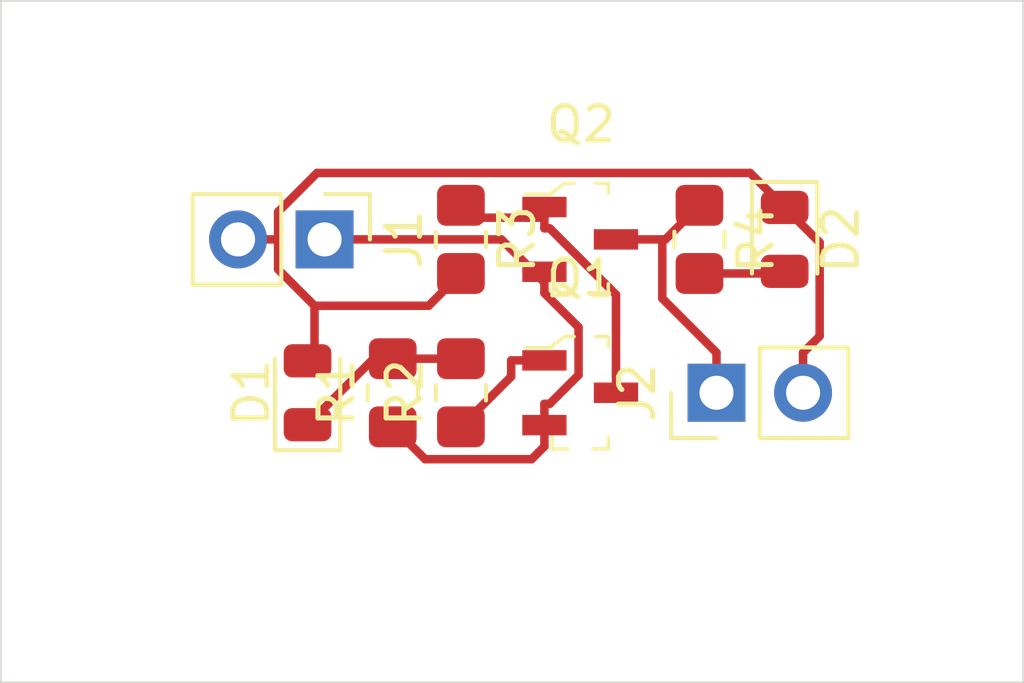
<source format=kicad_pcb>
(kicad_pcb (version 20171130) (host pcbnew 5.1.10-88a1d61d58~90~ubuntu20.04.1)

  (general
    (thickness 1.6)
    (drawings 4)
    (tracks 50)
    (zones 0)
    (modules 10)
    (nets 8)
  )

  (page A4)
  (layers
    (0 F.Cu signal)
    (31 B.Cu signal)
    (32 B.Adhes user)
    (33 F.Adhes user)
    (34 B.Paste user)
    (35 F.Paste user)
    (36 B.SilkS user)
    (37 F.SilkS user)
    (38 B.Mask user)
    (39 F.Mask user)
    (40 Dwgs.User user)
    (41 Cmts.User user)
    (42 Eco1.User user)
    (43 Eco2.User user)
    (44 Edge.Cuts user)
    (45 Margin user)
    (46 B.CrtYd user)
    (47 F.CrtYd user)
    (48 B.Fab user)
    (49 F.Fab user)
  )

  (setup
    (last_trace_width 0.25)
    (trace_clearance 0.2)
    (zone_clearance 0.508)
    (zone_45_only no)
    (trace_min 0.2)
    (via_size 0.8)
    (via_drill 0.4)
    (via_min_size 0.4)
    (via_min_drill 0.3)
    (uvia_size 0.3)
    (uvia_drill 0.1)
    (uvias_allowed no)
    (uvia_min_size 0.2)
    (uvia_min_drill 0.1)
    (edge_width 0.05)
    (segment_width 0.2)
    (pcb_text_width 0.3)
    (pcb_text_size 1.5 1.5)
    (mod_edge_width 0.12)
    (mod_text_size 1 1)
    (mod_text_width 0.15)
    (pad_size 1.524 1.524)
    (pad_drill 0.762)
    (pad_to_mask_clearance 0)
    (aux_axis_origin 0 0)
    (visible_elements FFFFFF7F)
    (pcbplotparams
      (layerselection 0x010fc_ffffffff)
      (usegerberextensions false)
      (usegerberattributes true)
      (usegerberadvancedattributes true)
      (creategerberjobfile true)
      (excludeedgelayer true)
      (linewidth 0.100000)
      (plotframeref false)
      (viasonmask false)
      (mode 1)
      (useauxorigin false)
      (hpglpennumber 1)
      (hpglpenspeed 20)
      (hpglpendiameter 15.000000)
      (psnegative false)
      (psa4output false)
      (plotreference true)
      (plotvalue true)
      (plotinvisibletext false)
      (padsonsilk false)
      (subtractmaskfromsilk false)
      (outputformat 1)
      (mirror false)
      (drillshape 1)
      (scaleselection 1)
      (outputdirectory ""))
  )

  (net 0 "")
  (net 1 GND)
  (net 2 "Net-(D1-Pad1)")
  (net 3 "Net-(Q1-Pad3)")
  (net 4 "Net-(J1-Pad1)")
  (net 5 "Net-(Q1-Pad1)")
  (net 6 "Net-(J2-Pad1)")
  (net 7 "Net-(D2-Pad2)")

  (net_class Default "This is the default net class."
    (clearance 0.2)
    (trace_width 0.25)
    (via_dia 0.8)
    (via_drill 0.4)
    (uvia_dia 0.3)
    (uvia_drill 0.1)
    (add_net GND)
    (add_net "Net-(D1-Pad1)")
    (add_net "Net-(D2-Pad2)")
    (add_net "Net-(J1-Pad1)")
    (add_net "Net-(J2-Pad1)")
    (add_net "Net-(Q1-Pad1)")
    (add_net "Net-(Q1-Pad3)")
  )

  (module Diode_SMD:D_0805_2012Metric (layer F.Cu) (tedit 5F68FEF0) (tstamp 615901A8)
    (at 45.5 22 270)
    (descr "Diode SMD 0805 (2012 Metric), square (rectangular) end terminal, IPC_7351 nominal, (Body size source: https://docs.google.com/spreadsheets/d/1BsfQQcO9C6DZCsRaXUlFlo91Tg2WpOkGARC1WS5S8t0/edit?usp=sharing), generated with kicad-footprint-generator")
    (tags diode)
    (path /615A23E5)
    (attr smd)
    (fp_text reference D2 (at 0 -1.65 90) (layer F.SilkS)
      (effects (font (size 1 1) (thickness 0.15)))
    )
    (fp_text value LED_GREEN (at 0 1.65 90) (layer F.Fab)
      (effects (font (size 1 1) (thickness 0.15)))
    )
    (fp_text user %R (at 0 0 90) (layer F.Fab)
      (effects (font (size 0.5 0.5) (thickness 0.08)))
    )
    (fp_line (start 1 -0.6) (end -0.7 -0.6) (layer F.Fab) (width 0.1))
    (fp_line (start -0.7 -0.6) (end -1 -0.3) (layer F.Fab) (width 0.1))
    (fp_line (start -1 -0.3) (end -1 0.6) (layer F.Fab) (width 0.1))
    (fp_line (start -1 0.6) (end 1 0.6) (layer F.Fab) (width 0.1))
    (fp_line (start 1 0.6) (end 1 -0.6) (layer F.Fab) (width 0.1))
    (fp_line (start 1 -0.96) (end -1.685 -0.96) (layer F.SilkS) (width 0.12))
    (fp_line (start -1.685 -0.96) (end -1.685 0.96) (layer F.SilkS) (width 0.12))
    (fp_line (start -1.685 0.96) (end 1 0.96) (layer F.SilkS) (width 0.12))
    (fp_line (start -1.68 0.95) (end -1.68 -0.95) (layer F.CrtYd) (width 0.05))
    (fp_line (start -1.68 -0.95) (end 1.68 -0.95) (layer F.CrtYd) (width 0.05))
    (fp_line (start 1.68 -0.95) (end 1.68 0.95) (layer F.CrtYd) (width 0.05))
    (fp_line (start 1.68 0.95) (end -1.68 0.95) (layer F.CrtYd) (width 0.05))
    (pad 2 smd roundrect (at 0.9375 0 270) (size 0.975 1.4) (layers F.Cu F.Paste F.Mask) (roundrect_rratio 0.25)
      (net 7 "Net-(D2-Pad2)"))
    (pad 1 smd roundrect (at -0.9375 0 270) (size 0.975 1.4) (layers F.Cu F.Paste F.Mask) (roundrect_rratio 0.25)
      (net 1 GND))
    (model ${KISYS3DMOD}/Diode_SMD.3dshapes/D_0805_2012Metric.wrl
      (at (xyz 0 0 0))
      (scale (xyz 1 1 1))
      (rotate (xyz 0 0 0))
    )
  )

  (module Connector_PinHeader_2.54mm:PinHeader_1x02_P2.54mm_Vertical (layer F.Cu) (tedit 59FED5CC) (tstamp 6158FB9C)
    (at 43.5 26.5 90)
    (descr "Through hole straight pin header, 1x02, 2.54mm pitch, single row")
    (tags "Through hole pin header THT 1x02 2.54mm single row")
    (path /6159FCC2)
    (fp_text reference J2 (at 0 -2.33 90) (layer F.SilkS)
      (effects (font (size 1 1) (thickness 0.15)))
    )
    (fp_text value Conn_01x02 (at 0 4.87 90) (layer F.Fab)
      (effects (font (size 1 1) (thickness 0.15)))
    )
    (fp_text user %R (at 0 1.27) (layer F.Fab)
      (effects (font (size 1 1) (thickness 0.15)))
    )
    (fp_line (start -0.635 -1.27) (end 1.27 -1.27) (layer F.Fab) (width 0.1))
    (fp_line (start 1.27 -1.27) (end 1.27 3.81) (layer F.Fab) (width 0.1))
    (fp_line (start 1.27 3.81) (end -1.27 3.81) (layer F.Fab) (width 0.1))
    (fp_line (start -1.27 3.81) (end -1.27 -0.635) (layer F.Fab) (width 0.1))
    (fp_line (start -1.27 -0.635) (end -0.635 -1.27) (layer F.Fab) (width 0.1))
    (fp_line (start -1.33 3.87) (end 1.33 3.87) (layer F.SilkS) (width 0.12))
    (fp_line (start -1.33 1.27) (end -1.33 3.87) (layer F.SilkS) (width 0.12))
    (fp_line (start 1.33 1.27) (end 1.33 3.87) (layer F.SilkS) (width 0.12))
    (fp_line (start -1.33 1.27) (end 1.33 1.27) (layer F.SilkS) (width 0.12))
    (fp_line (start -1.33 0) (end -1.33 -1.33) (layer F.SilkS) (width 0.12))
    (fp_line (start -1.33 -1.33) (end 0 -1.33) (layer F.SilkS) (width 0.12))
    (fp_line (start -1.8 -1.8) (end -1.8 4.35) (layer F.CrtYd) (width 0.05))
    (fp_line (start -1.8 4.35) (end 1.8 4.35) (layer F.CrtYd) (width 0.05))
    (fp_line (start 1.8 4.35) (end 1.8 -1.8) (layer F.CrtYd) (width 0.05))
    (fp_line (start 1.8 -1.8) (end -1.8 -1.8) (layer F.CrtYd) (width 0.05))
    (pad 2 thru_hole oval (at 0 2.54 90) (size 1.7 1.7) (drill 1) (layers *.Cu *.Mask)
      (net 1 GND))
    (pad 1 thru_hole rect (at 0 0 90) (size 1.7 1.7) (drill 1) (layers *.Cu *.Mask)
      (net 6 "Net-(J2-Pad1)"))
    (model ${KISYS3DMOD}/Connector_PinHeader_2.54mm.3dshapes/PinHeader_1x02_P2.54mm_Vertical.wrl
      (at (xyz 0 0 0))
      (scale (xyz 1 1 1))
      (rotate (xyz 0 0 0))
    )
  )

  (module Connector_PinHeader_2.54mm:PinHeader_1x02_P2.54mm_Vertical (layer F.Cu) (tedit 59FED5CC) (tstamp 6158FB86)
    (at 32 22 270)
    (descr "Through hole straight pin header, 1x02, 2.54mm pitch, single row")
    (tags "Through hole pin header THT 1x02 2.54mm single row")
    (path /6159AE76)
    (fp_text reference J1 (at 0 -2.33 90) (layer F.SilkS)
      (effects (font (size 1 1) (thickness 0.15)))
    )
    (fp_text value Conn_01x02 (at 0 4.87 90) (layer F.Fab)
      (effects (font (size 1 1) (thickness 0.15)))
    )
    (fp_text user %R (at 0 1.27) (layer F.Fab)
      (effects (font (size 1 1) (thickness 0.15)))
    )
    (fp_line (start -0.635 -1.27) (end 1.27 -1.27) (layer F.Fab) (width 0.1))
    (fp_line (start 1.27 -1.27) (end 1.27 3.81) (layer F.Fab) (width 0.1))
    (fp_line (start 1.27 3.81) (end -1.27 3.81) (layer F.Fab) (width 0.1))
    (fp_line (start -1.27 3.81) (end -1.27 -0.635) (layer F.Fab) (width 0.1))
    (fp_line (start -1.27 -0.635) (end -0.635 -1.27) (layer F.Fab) (width 0.1))
    (fp_line (start -1.33 3.87) (end 1.33 3.87) (layer F.SilkS) (width 0.12))
    (fp_line (start -1.33 1.27) (end -1.33 3.87) (layer F.SilkS) (width 0.12))
    (fp_line (start 1.33 1.27) (end 1.33 3.87) (layer F.SilkS) (width 0.12))
    (fp_line (start -1.33 1.27) (end 1.33 1.27) (layer F.SilkS) (width 0.12))
    (fp_line (start -1.33 0) (end -1.33 -1.33) (layer F.SilkS) (width 0.12))
    (fp_line (start -1.33 -1.33) (end 0 -1.33) (layer F.SilkS) (width 0.12))
    (fp_line (start -1.8 -1.8) (end -1.8 4.35) (layer F.CrtYd) (width 0.05))
    (fp_line (start -1.8 4.35) (end 1.8 4.35) (layer F.CrtYd) (width 0.05))
    (fp_line (start 1.8 4.35) (end 1.8 -1.8) (layer F.CrtYd) (width 0.05))
    (fp_line (start 1.8 -1.8) (end -1.8 -1.8) (layer F.CrtYd) (width 0.05))
    (pad 2 thru_hole oval (at 0 2.54 270) (size 1.7 1.7) (drill 1) (layers *.Cu *.Mask)
      (net 1 GND))
    (pad 1 thru_hole rect (at 0 0 270) (size 1.7 1.7) (drill 1) (layers *.Cu *.Mask)
      (net 4 "Net-(J1-Pad1)"))
    (model ${KISYS3DMOD}/Connector_PinHeader_2.54mm.3dshapes/PinHeader_1x02_P2.54mm_Vertical.wrl
      (at (xyz 0 0 0))
      (scale (xyz 1 1 1))
      (rotate (xyz 0 0 0))
    )
  )

  (module Resistor_SMD:R_0805_2012Metric_Pad1.20x1.40mm_HandSolder (layer F.Cu) (tedit 5F68FEEE) (tstamp 6158F8C9)
    (at 43 22 270)
    (descr "Resistor SMD 0805 (2012 Metric), square (rectangular) end terminal, IPC_7351 nominal with elongated pad for handsoldering. (Body size source: IPC-SM-782 page 72, https://www.pcb-3d.com/wordpress/wp-content/uploads/ipc-sm-782a_amendment_1_and_2.pdf), generated with kicad-footprint-generator")
    (tags "resistor handsolder")
    (path /615A2B5B)
    (attr smd)
    (fp_text reference R4 (at 0 -1.65 90) (layer F.SilkS)
      (effects (font (size 1 1) (thickness 0.15)))
    )
    (fp_text value R102,0805 (at 0 1.65 90) (layer F.Fab)
      (effects (font (size 1 1) (thickness 0.15)))
    )
    (fp_text user %R (at 0 0 90) (layer F.Fab)
      (effects (font (size 0.5 0.5) (thickness 0.08)))
    )
    (fp_line (start -1 0.625) (end -1 -0.625) (layer F.Fab) (width 0.1))
    (fp_line (start -1 -0.625) (end 1 -0.625) (layer F.Fab) (width 0.1))
    (fp_line (start 1 -0.625) (end 1 0.625) (layer F.Fab) (width 0.1))
    (fp_line (start 1 0.625) (end -1 0.625) (layer F.Fab) (width 0.1))
    (fp_line (start -0.227064 -0.735) (end 0.227064 -0.735) (layer F.SilkS) (width 0.12))
    (fp_line (start -0.227064 0.735) (end 0.227064 0.735) (layer F.SilkS) (width 0.12))
    (fp_line (start -1.85 0.95) (end -1.85 -0.95) (layer F.CrtYd) (width 0.05))
    (fp_line (start -1.85 -0.95) (end 1.85 -0.95) (layer F.CrtYd) (width 0.05))
    (fp_line (start 1.85 -0.95) (end 1.85 0.95) (layer F.CrtYd) (width 0.05))
    (fp_line (start 1.85 0.95) (end -1.85 0.95) (layer F.CrtYd) (width 0.05))
    (pad 2 smd roundrect (at 1 0 270) (size 1.2 1.4) (layers F.Cu F.Paste F.Mask) (roundrect_rratio 0.208333)
      (net 7 "Net-(D2-Pad2)"))
    (pad 1 smd roundrect (at -1 0 270) (size 1.2 1.4) (layers F.Cu F.Paste F.Mask) (roundrect_rratio 0.208333)
      (net 6 "Net-(J2-Pad1)"))
    (model ${KISYS3DMOD}/Resistor_SMD.3dshapes/R_0805_2012Metric.wrl
      (at (xyz 0 0 0))
      (scale (xyz 1 1 1))
      (rotate (xyz 0 0 0))
    )
  )

  (module Resistor_SMD:R_0805_2012Metric_Pad1.20x1.40mm_HandSolder (layer F.Cu) (tedit 5F68FEEE) (tstamp 6158F8B8)
    (at 36 22 270)
    (descr "Resistor SMD 0805 (2012 Metric), square (rectangular) end terminal, IPC_7351 nominal with elongated pad for handsoldering. (Body size source: IPC-SM-782 page 72, https://www.pcb-3d.com/wordpress/wp-content/uploads/ipc-sm-782a_amendment_1_and_2.pdf), generated with kicad-footprint-generator")
    (tags "resistor handsolder")
    (path /6159A73C)
    (attr smd)
    (fp_text reference R3 (at 0 -1.65 90) (layer F.SilkS)
      (effects (font (size 1 1) (thickness 0.15)))
    )
    (fp_text value R682,0805 (at 0 1.65 90) (layer F.Fab)
      (effects (font (size 1 1) (thickness 0.15)))
    )
    (fp_text user %R (at 0 0 90) (layer F.Fab)
      (effects (font (size 0.5 0.5) (thickness 0.08)))
    )
    (fp_line (start -1 0.625) (end -1 -0.625) (layer F.Fab) (width 0.1))
    (fp_line (start -1 -0.625) (end 1 -0.625) (layer F.Fab) (width 0.1))
    (fp_line (start 1 -0.625) (end 1 0.625) (layer F.Fab) (width 0.1))
    (fp_line (start 1 0.625) (end -1 0.625) (layer F.Fab) (width 0.1))
    (fp_line (start -0.227064 -0.735) (end 0.227064 -0.735) (layer F.SilkS) (width 0.12))
    (fp_line (start -0.227064 0.735) (end 0.227064 0.735) (layer F.SilkS) (width 0.12))
    (fp_line (start -1.85 0.95) (end -1.85 -0.95) (layer F.CrtYd) (width 0.05))
    (fp_line (start -1.85 -0.95) (end 1.85 -0.95) (layer F.CrtYd) (width 0.05))
    (fp_line (start 1.85 -0.95) (end 1.85 0.95) (layer F.CrtYd) (width 0.05))
    (fp_line (start 1.85 0.95) (end -1.85 0.95) (layer F.CrtYd) (width 0.05))
    (pad 2 smd roundrect (at 1 0 270) (size 1.2 1.4) (layers F.Cu F.Paste F.Mask) (roundrect_rratio 0.208333)
      (net 1 GND))
    (pad 1 smd roundrect (at -1 0 270) (size 1.2 1.4) (layers F.Cu F.Paste F.Mask) (roundrect_rratio 0.208333)
      (net 3 "Net-(Q1-Pad3)"))
    (model ${KISYS3DMOD}/Resistor_SMD.3dshapes/R_0805_2012Metric.wrl
      (at (xyz 0 0 0))
      (scale (xyz 1 1 1))
      (rotate (xyz 0 0 0))
    )
  )

  (module Resistor_SMD:R_0805_2012Metric_Pad1.20x1.40mm_HandSolder (layer F.Cu) (tedit 5F68FEEE) (tstamp 6158F8A7)
    (at 36 26.5 90)
    (descr "Resistor SMD 0805 (2012 Metric), square (rectangular) end terminal, IPC_7351 nominal with elongated pad for handsoldering. (Body size source: IPC-SM-782 page 72, https://www.pcb-3d.com/wordpress/wp-content/uploads/ipc-sm-782a_amendment_1_and_2.pdf), generated with kicad-footprint-generator")
    (tags "resistor handsolder")
    (path /61599FEE)
    (attr smd)
    (fp_text reference R2 (at 0 -1.65 90) (layer F.SilkS)
      (effects (font (size 1 1) (thickness 0.15)))
    )
    (fp_text value R102,0805 (at 0 1.65 90) (layer F.Fab)
      (effects (font (size 1 1) (thickness 0.15)))
    )
    (fp_text user %R (at 0 0 90) (layer F.Fab)
      (effects (font (size 0.5 0.5) (thickness 0.08)))
    )
    (fp_line (start -1 0.625) (end -1 -0.625) (layer F.Fab) (width 0.1))
    (fp_line (start -1 -0.625) (end 1 -0.625) (layer F.Fab) (width 0.1))
    (fp_line (start 1 -0.625) (end 1 0.625) (layer F.Fab) (width 0.1))
    (fp_line (start 1 0.625) (end -1 0.625) (layer F.Fab) (width 0.1))
    (fp_line (start -0.227064 -0.735) (end 0.227064 -0.735) (layer F.SilkS) (width 0.12))
    (fp_line (start -0.227064 0.735) (end 0.227064 0.735) (layer F.SilkS) (width 0.12))
    (fp_line (start -1.85 0.95) (end -1.85 -0.95) (layer F.CrtYd) (width 0.05))
    (fp_line (start -1.85 -0.95) (end 1.85 -0.95) (layer F.CrtYd) (width 0.05))
    (fp_line (start 1.85 -0.95) (end 1.85 0.95) (layer F.CrtYd) (width 0.05))
    (fp_line (start 1.85 0.95) (end -1.85 0.95) (layer F.CrtYd) (width 0.05))
    (pad 2 smd roundrect (at 1 0 90) (size 1.2 1.4) (layers F.Cu F.Paste F.Mask) (roundrect_rratio 0.208333)
      (net 2 "Net-(D1-Pad1)"))
    (pad 1 smd roundrect (at -1 0 90) (size 1.2 1.4) (layers F.Cu F.Paste F.Mask) (roundrect_rratio 0.208333)
      (net 5 "Net-(Q1-Pad1)"))
    (model ${KISYS3DMOD}/Resistor_SMD.3dshapes/R_0805_2012Metric.wrl
      (at (xyz 0 0 0))
      (scale (xyz 1 1 1))
      (rotate (xyz 0 0 0))
    )
  )

  (module Resistor_SMD:R_0805_2012Metric_Pad1.20x1.40mm_HandSolder (layer F.Cu) (tedit 5F68FEEE) (tstamp 6158F896)
    (at 34 26.5 90)
    (descr "Resistor SMD 0805 (2012 Metric), square (rectangular) end terminal, IPC_7351 nominal with elongated pad for handsoldering. (Body size source: IPC-SM-782 page 72, https://www.pcb-3d.com/wordpress/wp-content/uploads/ipc-sm-782a_amendment_1_and_2.pdf), generated with kicad-footprint-generator")
    (tags "resistor handsolder")
    (path /61593B27)
    (attr smd)
    (fp_text reference R1 (at 0 -1.65 90) (layer F.SilkS)
      (effects (font (size 1 1) (thickness 0.15)))
    )
    (fp_text value R222,0805 (at 0 1.65 90) (layer F.Fab)
      (effects (font (size 1 1) (thickness 0.15)))
    )
    (fp_text user %R (at 0 0 90) (layer F.Fab)
      (effects (font (size 0.5 0.5) (thickness 0.08)))
    )
    (fp_line (start -1 0.625) (end -1 -0.625) (layer F.Fab) (width 0.1))
    (fp_line (start -1 -0.625) (end 1 -0.625) (layer F.Fab) (width 0.1))
    (fp_line (start 1 -0.625) (end 1 0.625) (layer F.Fab) (width 0.1))
    (fp_line (start 1 0.625) (end -1 0.625) (layer F.Fab) (width 0.1))
    (fp_line (start -0.227064 -0.735) (end 0.227064 -0.735) (layer F.SilkS) (width 0.12))
    (fp_line (start -0.227064 0.735) (end 0.227064 0.735) (layer F.SilkS) (width 0.12))
    (fp_line (start -1.85 0.95) (end -1.85 -0.95) (layer F.CrtYd) (width 0.05))
    (fp_line (start -1.85 -0.95) (end 1.85 -0.95) (layer F.CrtYd) (width 0.05))
    (fp_line (start 1.85 -0.95) (end 1.85 0.95) (layer F.CrtYd) (width 0.05))
    (fp_line (start 1.85 0.95) (end -1.85 0.95) (layer F.CrtYd) (width 0.05))
    (pad 2 smd roundrect (at 1 0 90) (size 1.2 1.4) (layers F.Cu F.Paste F.Mask) (roundrect_rratio 0.208333)
      (net 2 "Net-(D1-Pad1)"))
    (pad 1 smd roundrect (at -1 0 90) (size 1.2 1.4) (layers F.Cu F.Paste F.Mask) (roundrect_rratio 0.208333)
      (net 4 "Net-(J1-Pad1)"))
    (model ${KISYS3DMOD}/Resistor_SMD.3dshapes/R_0805_2012Metric.wrl
      (at (xyz 0 0 0))
      (scale (xyz 1 1 1))
      (rotate (xyz 0 0 0))
    )
  )

  (module footprint:FMMT718 (layer F.Cu) (tedit 615881FE) (tstamp 6158F885)
    (at 39.5 22)
    (path /615923FD)
    (fp_text reference Q2 (at 0.025 -3.375) (layer F.SilkS)
      (effects (font (size 1 1) (thickness 0.15)))
    )
    (fp_text value FMMT718 (at 0.025 3.25) (layer F.Fab)
      (effects (font (size 1 1) (thickness 0.15)))
    )
    (fp_text user %R (at -0.125 0.15) (layer F.Fab)
      (effects (font (size 0.25 0.25) (thickness 0.05)))
    )
    (fp_line (start 0.7 1.52) (end 0.7 -1.52) (layer F.Fab) (width 0.1))
    (fp_line (start -0.7 1.52) (end 0.7 1.52) (layer F.Fab) (width 0.1))
    (fp_line (start 0.825 -1.65) (end 0.825 -1.35) (layer F.SilkS) (width 0.1))
    (fp_line (start 0.45 -1.65) (end 0.825 -1.65) (layer F.SilkS) (width 0.1))
    (fp_line (start 0.825 1.65) (end 0.375 1.65) (layer F.SilkS) (width 0.1))
    (fp_line (start 0.825 1.35) (end 0.825 1.65) (layer F.SilkS) (width 0.1))
    (fp_line (start 0.825 1.425) (end 0.825 1.3) (layer F.SilkS) (width 0.1))
    (fp_line (start -0.825 1.65) (end -0.825 1.3) (layer F.SilkS) (width 0.1))
    (fp_line (start -0.35 1.65) (end -0.825 1.65) (layer F.SilkS) (width 0.1))
    (fp_line (start -0.425 -1.525) (end -0.7 -1.325) (layer F.Fab) (width 0.1))
    (fp_line (start -0.425 -1.525) (end 0.7 -1.525) (layer F.Fab) (width 0.1))
    (fp_line (start -0.7 -1.325) (end -0.7 1.525) (layer F.Fab) (width 0.1))
    (fp_line (start -0.825 -1.325) (end -1.6 -1.325) (layer F.SilkS) (width 0.1))
    (fp_line (start -0.825 -1.375) (end -0.825 -1.325) (layer F.SilkS) (width 0.1))
    (fp_line (start -0.45 -1.65) (end -0.825 -1.375) (layer F.SilkS) (width 0.1))
    (fp_line (start -0.175 -1.65) (end -0.45 -1.65) (layer F.SilkS) (width 0.1))
    (fp_line (start 1.825 -1.95) (end 1.825 1.95) (layer F.CrtYd) (width 0.05))
    (fp_line (start 1.825 1.95) (end -1.825 1.95) (layer F.CrtYd) (width 0.05))
    (fp_line (start -1.825 -1.95) (end -1.825 1.95) (layer F.CrtYd) (width 0.05))
    (fp_line (start -1.825 -1.95) (end 1.825 -1.95) (layer F.CrtYd) (width 0.05))
    (pad 3 smd rect (at 1.05 0) (size 1.3 0.6) (layers F.Cu F.Paste F.Mask)
      (net 6 "Net-(J2-Pad1)") (solder_mask_margin 0.07))
    (pad 2 smd rect (at -1.05 0.95) (size 1.3 0.6) (layers F.Cu F.Paste F.Mask)
      (net 4 "Net-(J1-Pad1)") (solder_mask_margin 0.07))
    (pad 1 smd rect (at -1.05 -0.95) (size 1.3 0.6) (layers F.Cu F.Paste F.Mask)
      (net 3 "Net-(Q1-Pad3)") (solder_mask_margin 0.07))
  )

  (module footprint:FMMT718 (layer F.Cu) (tedit 615881FE) (tstamp 6158F869)
    (at 39.5 26.5)
    (path /61591BBA)
    (fp_text reference Q1 (at 0.025 -3.375) (layer F.SilkS)
      (effects (font (size 1 1) (thickness 0.15)))
    )
    (fp_text value FMMT718 (at 0.025 3.25) (layer F.Fab)
      (effects (font (size 1 1) (thickness 0.15)))
    )
    (fp_text user %R (at -0.125 0.15) (layer F.Fab)
      (effects (font (size 0.25 0.25) (thickness 0.05)))
    )
    (fp_line (start 0.7 1.52) (end 0.7 -1.52) (layer F.Fab) (width 0.1))
    (fp_line (start -0.7 1.52) (end 0.7 1.52) (layer F.Fab) (width 0.1))
    (fp_line (start 0.825 -1.65) (end 0.825 -1.35) (layer F.SilkS) (width 0.1))
    (fp_line (start 0.45 -1.65) (end 0.825 -1.65) (layer F.SilkS) (width 0.1))
    (fp_line (start 0.825 1.65) (end 0.375 1.65) (layer F.SilkS) (width 0.1))
    (fp_line (start 0.825 1.35) (end 0.825 1.65) (layer F.SilkS) (width 0.1))
    (fp_line (start 0.825 1.425) (end 0.825 1.3) (layer F.SilkS) (width 0.1))
    (fp_line (start -0.825 1.65) (end -0.825 1.3) (layer F.SilkS) (width 0.1))
    (fp_line (start -0.35 1.65) (end -0.825 1.65) (layer F.SilkS) (width 0.1))
    (fp_line (start -0.425 -1.525) (end -0.7 -1.325) (layer F.Fab) (width 0.1))
    (fp_line (start -0.425 -1.525) (end 0.7 -1.525) (layer F.Fab) (width 0.1))
    (fp_line (start -0.7 -1.325) (end -0.7 1.525) (layer F.Fab) (width 0.1))
    (fp_line (start -0.825 -1.325) (end -1.6 -1.325) (layer F.SilkS) (width 0.1))
    (fp_line (start -0.825 -1.375) (end -0.825 -1.325) (layer F.SilkS) (width 0.1))
    (fp_line (start -0.45 -1.65) (end -0.825 -1.375) (layer F.SilkS) (width 0.1))
    (fp_line (start -0.175 -1.65) (end -0.45 -1.65) (layer F.SilkS) (width 0.1))
    (fp_line (start 1.825 -1.95) (end 1.825 1.95) (layer F.CrtYd) (width 0.05))
    (fp_line (start 1.825 1.95) (end -1.825 1.95) (layer F.CrtYd) (width 0.05))
    (fp_line (start -1.825 -1.95) (end -1.825 1.95) (layer F.CrtYd) (width 0.05))
    (fp_line (start -1.825 -1.95) (end 1.825 -1.95) (layer F.CrtYd) (width 0.05))
    (pad 3 smd rect (at 1.05 0) (size 1.3 0.6) (layers F.Cu F.Paste F.Mask)
      (net 3 "Net-(Q1-Pad3)") (solder_mask_margin 0.07))
    (pad 2 smd rect (at -1.05 0.95) (size 1.3 0.6) (layers F.Cu F.Paste F.Mask)
      (net 4 "Net-(J1-Pad1)") (solder_mask_margin 0.07))
    (pad 1 smd rect (at -1.05 -0.95) (size 1.3 0.6) (layers F.Cu F.Paste F.Mask)
      (net 5 "Net-(Q1-Pad1)") (solder_mask_margin 0.07))
  )

  (module Diode_SMD:D_0805_2012Metric (layer F.Cu) (tedit 5F68FEF0) (tstamp 6158F84D)
    (at 31.5 26.5 90)
    (descr "Diode SMD 0805 (2012 Metric), square (rectangular) end terminal, IPC_7351 nominal, (Body size source: https://docs.google.com/spreadsheets/d/1BsfQQcO9C6DZCsRaXUlFlo91Tg2WpOkGARC1WS5S8t0/edit?usp=sharing), generated with kicad-footprint-generator")
    (tags diode)
    (path /61598D3A)
    (attr smd)
    (fp_text reference D1 (at 0 -1.65 90) (layer F.SilkS)
      (effects (font (size 1 1) (thickness 0.15)))
    )
    (fp_text value 1N4740A (at 0 1.65 90) (layer F.Fab)
      (effects (font (size 1 1) (thickness 0.15)))
    )
    (fp_text user %R (at 0 0 90) (layer F.Fab)
      (effects (font (size 0.5 0.5) (thickness 0.08)))
    )
    (fp_line (start 1 -0.6) (end -0.7 -0.6) (layer F.Fab) (width 0.1))
    (fp_line (start -0.7 -0.6) (end -1 -0.3) (layer F.Fab) (width 0.1))
    (fp_line (start -1 -0.3) (end -1 0.6) (layer F.Fab) (width 0.1))
    (fp_line (start -1 0.6) (end 1 0.6) (layer F.Fab) (width 0.1))
    (fp_line (start 1 0.6) (end 1 -0.6) (layer F.Fab) (width 0.1))
    (fp_line (start 1 -0.96) (end -1.685 -0.96) (layer F.SilkS) (width 0.12))
    (fp_line (start -1.685 -0.96) (end -1.685 0.96) (layer F.SilkS) (width 0.12))
    (fp_line (start -1.685 0.96) (end 1 0.96) (layer F.SilkS) (width 0.12))
    (fp_line (start -1.68 0.95) (end -1.68 -0.95) (layer F.CrtYd) (width 0.05))
    (fp_line (start -1.68 -0.95) (end 1.68 -0.95) (layer F.CrtYd) (width 0.05))
    (fp_line (start 1.68 -0.95) (end 1.68 0.95) (layer F.CrtYd) (width 0.05))
    (fp_line (start 1.68 0.95) (end -1.68 0.95) (layer F.CrtYd) (width 0.05))
    (pad 2 smd roundrect (at 0.9375 0 90) (size 0.975 1.4) (layers F.Cu F.Paste F.Mask) (roundrect_rratio 0.25)
      (net 1 GND))
    (pad 1 smd roundrect (at -0.9375 0 90) (size 0.975 1.4) (layers F.Cu F.Paste F.Mask) (roundrect_rratio 0.25)
      (net 2 "Net-(D1-Pad1)"))
    (model ${KISYS3DMOD}/Diode_SMD.3dshapes/D_0805_2012Metric.wrl
      (at (xyz 0 0 0))
      (scale (xyz 1 1 1))
      (rotate (xyz 0 0 0))
    )
  )

  (gr_line (start 52.5 15) (end 22.5 15) (layer Edge.Cuts) (width 0.05) (tstamp 6159099C))
  (gr_line (start 52.5 35) (end 52.5 15) (layer Edge.Cuts) (width 0.05))
  (gr_line (start 22.5 35) (end 52.5 35) (layer Edge.Cuts) (width 0.05))
  (gr_line (start 22.5 15) (end 22.5 35) (layer Edge.Cuts) (width 0.05))

  (segment (start 31.7034 23.9469) (end 30.6353 22.8788) (width 0.25) (layer F.Cu) (net 1))
  (segment (start 30.6353 22.8788) (end 30.6353 22) (width 0.25) (layer F.Cu) (net 1))
  (segment (start 36 23) (end 35.0531 23.9469) (width 0.25) (layer F.Cu) (net 1))
  (segment (start 35.0531 23.9469) (end 31.7034 23.9469) (width 0.25) (layer F.Cu) (net 1))
  (segment (start 31.7034 23.9469) (end 31.7034 25.3591) (width 0.25) (layer F.Cu) (net 1))
  (segment (start 31.7034 25.3591) (end 31.5 25.5625) (width 0.25) (layer F.Cu) (net 1))
  (segment (start 29.46 22) (end 30.6353 22) (width 0.25) (layer F.Cu) (net 1))
  (segment (start 30.6353 22) (end 30.6353 21.192) (width 0.25) (layer F.Cu) (net 1))
  (segment (start 30.6353 21.192) (end 31.7772 20.0501) (width 0.25) (layer F.Cu) (net 1))
  (segment (start 31.7772 20.0501) (end 44.4876 20.0501) (width 0.25) (layer F.Cu) (net 1))
  (segment (start 44.4876 20.0501) (end 45.5 21.0625) (width 0.25) (layer F.Cu) (net 1))
  (segment (start 46.04 26.5) (end 46.04 25.3247) (width 0.25) (layer F.Cu) (net 1))
  (segment (start 46.04 25.3247) (end 46.5268 24.8379) (width 0.25) (layer F.Cu) (net 1))
  (segment (start 46.5268 24.8379) (end 46.5268 22.0893) (width 0.25) (layer F.Cu) (net 1))
  (segment (start 46.5268 22.0893) (end 45.5 21.0625) (width 0.25) (layer F.Cu) (net 1))
  (segment (start 34 25.5) (end 33.4375 25.5) (width 0.25) (layer F.Cu) (net 2))
  (segment (start 33.4375 25.5) (end 31.5 27.4375) (width 0.25) (layer F.Cu) (net 2))
  (segment (start 36 25.5) (end 34 25.5) (width 0.25) (layer F.Cu) (net 2))
  (segment (start 38.45 21.3626) (end 36.3626 21.3626) (width 0.25) (layer F.Cu) (net 3))
  (segment (start 36.3626 21.3626) (end 36 21) (width 0.25) (layer F.Cu) (net 3))
  (segment (start 38.45 21.3626) (end 38.45 21.6753) (width 0.25) (layer F.Cu) (net 3))
  (segment (start 38.45 21.05) (end 38.45 21.3626) (width 0.25) (layer F.Cu) (net 3))
  (segment (start 40.55 26.5) (end 40.55 25.8747) (width 0.25) (layer F.Cu) (net 3))
  (segment (start 40.55 25.8747) (end 40.55 23.619) (width 0.25) (layer F.Cu) (net 3))
  (segment (start 40.55 23.619) (end 38.6063 21.6753) (width 0.25) (layer F.Cu) (net 3))
  (segment (start 38.6063 21.6753) (end 38.45 21.6753) (width 0.25) (layer F.Cu) (net 3))
  (segment (start 38.45 23.2626) (end 37.1874 22) (width 0.25) (layer F.Cu) (net 4))
  (segment (start 37.1874 22) (end 32 22) (width 0.25) (layer F.Cu) (net 4))
  (segment (start 38.45 23.2626) (end 38.45 23.5753) (width 0.25) (layer F.Cu) (net 4))
  (segment (start 38.45 22.95) (end 38.45 23.2626) (width 0.25) (layer F.Cu) (net 4))
  (segment (start 38.45 27.45) (end 38.45 26.8247) (width 0.25) (layer F.Cu) (net 4))
  (segment (start 38.45 23.5753) (end 39.4519 24.5772) (width 0.25) (layer F.Cu) (net 4))
  (segment (start 39.4519 24.5772) (end 39.4519 25.9791) (width 0.25) (layer F.Cu) (net 4))
  (segment (start 39.4519 25.9791) (end 38.6063 26.8247) (width 0.25) (layer F.Cu) (net 4))
  (segment (start 38.6063 26.8247) (end 38.45 26.8247) (width 0.25) (layer F.Cu) (net 4))
  (segment (start 38.45 27.45) (end 38.45 28.0753) (width 0.25) (layer F.Cu) (net 4))
  (segment (start 38.45 28.0753) (end 38.0759 28.4494) (width 0.25) (layer F.Cu) (net 4))
  (segment (start 38.0759 28.4494) (end 34.9494 28.4494) (width 0.25) (layer F.Cu) (net 4))
  (segment (start 34.9494 28.4494) (end 34 27.5) (width 0.25) (layer F.Cu) (net 4))
  (segment (start 38.45 25.55) (end 37.4747 25.55) (width 0.25) (layer F.Cu) (net 5))
  (segment (start 37.4747 25.55) (end 37.4747 26.0253) (width 0.25) (layer F.Cu) (net 5))
  (segment (start 37.4747 26.0253) (end 36 27.5) (width 0.25) (layer F.Cu) (net 5))
  (segment (start 41.9094 22) (end 42 22) (width 0.25) (layer F.Cu) (net 6))
  (segment (start 42 22) (end 43 21) (width 0.25) (layer F.Cu) (net 6))
  (segment (start 40.55 22) (end 41.9094 22) (width 0.25) (layer F.Cu) (net 6))
  (segment (start 41.9094 22) (end 41.9094 23.7341) (width 0.25) (layer F.Cu) (net 6))
  (segment (start 41.9094 23.7341) (end 43.5 25.3247) (width 0.25) (layer F.Cu) (net 6))
  (segment (start 43.5 26.5) (end 43.5 25.3247) (width 0.25) (layer F.Cu) (net 6))
  (segment (start 43 23) (end 45.4375 23) (width 0.25) (layer F.Cu) (net 7))
  (segment (start 45.4375 23) (end 45.5 22.9375) (width 0.25) (layer F.Cu) (net 7))

)

</source>
